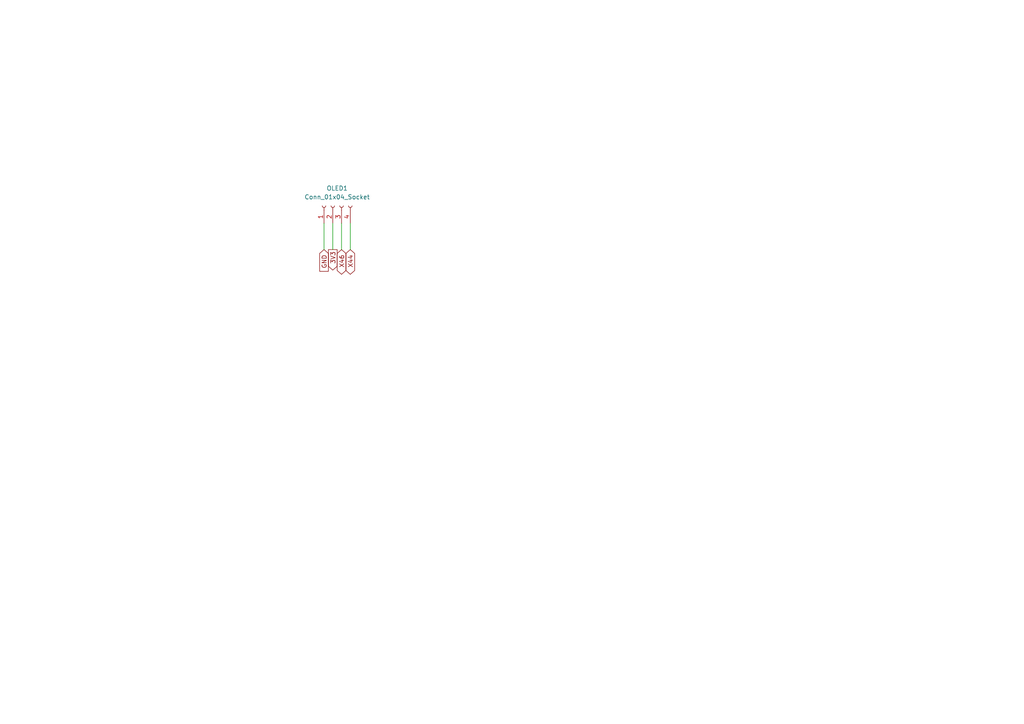
<source format=kicad_sch>
(kicad_sch (version 20231120) (generator "eeschema") (generator_version "8.0")
  (paper "A4")
  (lib_symbols
    (symbol "Connector:Conn_01x04_Socket" (pin_names (offset 1.016) hide)
      (property "Reference" "J" (at 0 5.08 0))
      (property "Value" "Conn_01x04_Socket" (at 0 -7.62 0))
      (symbol "Conn_01x04_Socket_1_1"
        (arc (start 0 -4.572) (mid -0.5058 -5.08) (end 0 -5.588) (stroke (width 0.1524)))
        (arc (start 0 -2.032) (mid -0.5058 -2.54) (end 0 -3.048) (stroke (width 0.1524)))
        (polyline (pts (xy -1.27 -5.08) (xy -0.508 -5.08)) (stroke (width 0.1524)))
        (polyline (pts (xy -1.27 -2.54) (xy -0.508 -2.54)) (stroke (width 0.1524)))
        (polyline (pts (xy -1.27 0) (xy -0.508 0)) (stroke (width 0.1524)))
        (polyline (pts (xy -1.27 2.54) (xy -0.508 2.54)) (stroke (width 0.1524)))
        (arc (start 0 0.508) (mid -0.5058 0) (end 0 -0.508) (stroke (width 0.1524)))
        (arc (start 0 3.048) (mid -0.5058 2.54) (end 0 2.032) (stroke (width 0.1524)))
        (pin passive line (at -5.08 2.54 0) (length 3.81) (name "Pin_1") (number "1"))
        (pin passive line (at -5.08 0 0) (length 3.81) (name "Pin_2") (number "2"))
        (pin passive line (at -5.08 -2.54 0) (length 3.81) (name "Pin_3") (number "3"))
        (pin passive line (at -5.08 -5.08 0) (length 3.81) (name "Pin_4") (number "4"))
      )
    )
  )
  (wire (pts (xy 101.6 64.77) (xy 101.6 72.39)))
  (wire (pts (xy 93.98 64.77) (xy 93.98 72.39)))
  (wire (pts (xy 99.06 64.77) (xy 99.06 72.39)))
  (wire (pts (xy 96.52 64.77) (xy 96.52 72.39)))
  (global_label "X44" (shape bidirectional) (at 101.6 72.39 270) (property "Intersheetrefs" "${INTERSHEET_REFS}" (effects (hide yes))))
  (global_label "X46" (shape bidirectional) (at 99.06 72.39 270) (property "Intersheetrefs" "${INTERSHEET_REFS}" (effects (hide yes))))
  (global_label "3V3" (shape output) (at 96.52 72.39 270) (property "Intersheetrefs" "${INTERSHEET_REFS}" (effects (hide yes))))
  (global_label "GND" (shape input) (at 93.98 72.39 270) (property "Intersheetrefs" "${INTERSHEET_REFS}" (effects (hide yes))))
  (symbol (lib_id "Connector:Conn_01x04_Socket") (at 96.52 59.69 90) (unit 1)
    (property "Reference" "OLED1" (at 97.79 54.61 90))
    (property "Value" "Conn_01x04_Socket" (at 97.79 57.15 90))
    (property "Footprint" "Connector_PinSocket_2.54mm:PinSocket_1x04_P2.54mm_Vertical_SMD_Pin1Left" (effects (hide yes)))
    (property "Description" "Generic connector, single row, 01x04, script generated" (effects (hide yes)))
  )
)
</source>
